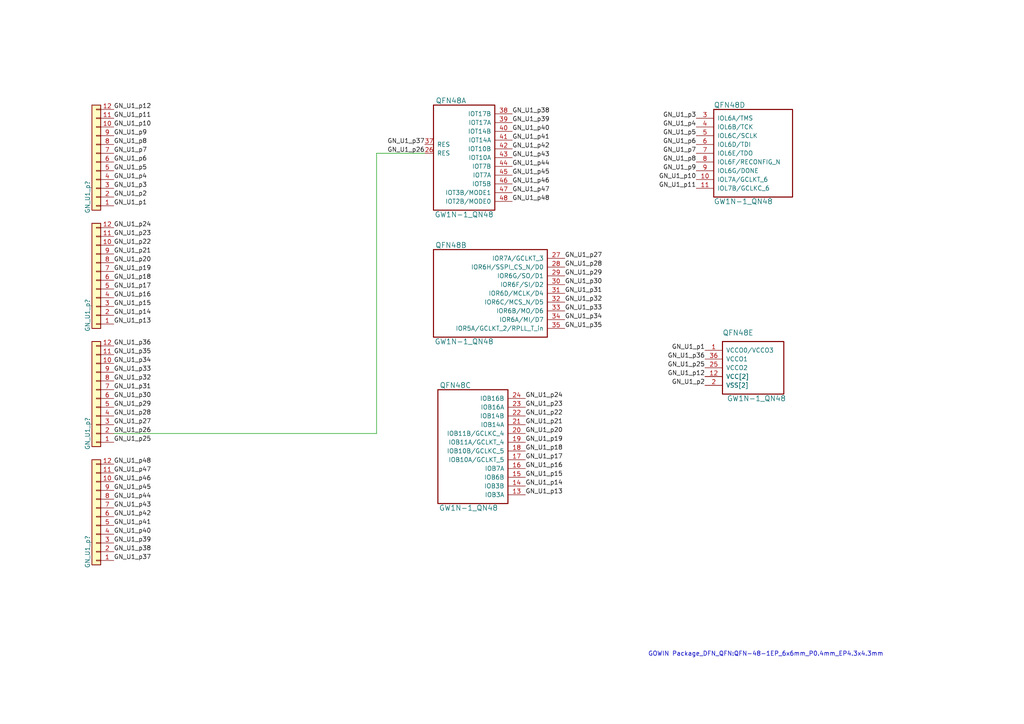
<source format=kicad_sch>
(kicad_sch (version 20230121) (generator eeschema)
  (paper "A4")
  (lib_symbols
    (symbol "Connector_Generic:Conn_01x12" (pin_names (offset 1.016) hide)
      (property "Reference" "J" (at 0 15.24 0))
      (property "Value" "Conn_01x12" (at 0 -17.78 0))
      (symbol "Conn_01x12_1_1"
        (rectangle (start -1.27 -15.113) (end 0 -15.367) (stroke (width 0.1524)))
        (rectangle (start -1.27 -12.573) (end 0 -12.827) (stroke (width 0.1524)))
        (rectangle (start -1.27 -10.033) (end 0 -10.287) (stroke (width 0.1524)))
        (rectangle (start -1.27 -7.493) (end 0 -7.747) (stroke (width 0.1524)))
        (rectangle (start -1.27 -4.953) (end 0 -5.207) (stroke (width 0.1524)))
        (rectangle (start -1.27 -2.413) (end 0 -2.667) (stroke (width 0.1524)))
        (rectangle (start -1.27 0.127) (end 0 -0.127) (stroke (width 0.1524)))
        (rectangle (start -1.27 2.667) (end 0 2.413) (stroke (width 0.1524)))
        (rectangle (start -1.27 5.207) (end 0 4.953) (stroke (width 0.1524)))
        (rectangle (start -1.27 7.747) (end 0 7.493) (stroke (width 0.1524)))
        (rectangle (start -1.27 10.287) (end 0 10.033) (stroke (width 0.1524)))
        (rectangle (start -1.27 12.827) (end 0 12.573) (stroke (width 0.1524)))
        (rectangle (start -1.27 13.97) (end 1.27 -16.51) (stroke (width 0.254)) (fill (type background)))
        (pin passive line (at -5.08 12.7 0) (length 3.81) (name "Pin_1") (number "1"))
        (pin passive line (at -5.08 -10.16 0) (length 3.81) (name "Pin_10") (number "10"))
        (pin passive line (at -5.08 -12.7 0) (length 3.81) (name "Pin_11") (number "11"))
        (pin passive line (at -5.08 -15.24 0) (length 3.81) (name "Pin_12") (number "12"))
        (pin passive line (at -5.08 10.16 0) (length 3.81) (name "Pin_2") (number "2"))
        (pin passive line (at -5.08 7.62 0) (length 3.81) (name "Pin_3") (number "3"))
        (pin passive line (at -5.08 5.08 0) (length 3.81) (name "Pin_4") (number "4"))
        (pin passive line (at -5.08 2.54 0) (length 3.81) (name "Pin_5") (number "5"))
        (pin passive line (at -5.08 0 0) (length 3.81) (name "Pin_6") (number "6"))
        (pin passive line (at -5.08 -2.54 0) (length 3.81) (name "Pin_7") (number "7"))
        (pin passive line (at -5.08 -5.08 0) (length 3.81) (name "Pin_8") (number "8"))
        (pin passive line (at -5.08 -7.62 0) (length 3.81) (name "Pin_9") (number "9"))
      )
    )
    (symbol "FPGAs-Ard_RPi_BB-rescue:GW1N-1_QN48-gowin_fpga" (pin_names (offset 1.016))
      (property "Reference" "U" (at 5.08 6.35 0))
      (property "Value" "gowin_fpga_GW1N-1_QN48" (at 5.08 3.81 0))
      (symbol "GW1N-1_QN48-gowin_fpga_1_1"
        (rectangle (start 5.08 2.54) (end 22.86 -27.94) (stroke (width 0.3048)))
        (pin bidirectional line (at 25.4 -13.97 180) (length 2.54) (name "RES") (number "26"))
        (pin bidirectional line (at 25.4 -16.51 180) (length 2.54) (name "RES") (number "37"))
        (pin bidirectional line (at 0 -25.4 0) (length 5.08) (name "IOT17B") (number "38"))
        (pin bidirectional line (at 0 -22.86 0) (length 5.08) (name "IOT17A") (number "39"))
        (pin bidirectional line (at 0 -20.32 0) (length 5.08) (name "IOT14B") (number "40"))
        (pin bidirectional line (at 0 -17.78 0) (length 5.08) (name "IOT14A") (number "41"))
        (pin bidirectional line (at 0 -15.24 0) (length 5.08) (name "IOT10B") (number "42"))
        (pin bidirectional line (at 0 -12.7 0) (length 5.08) (name "IOT10A") (number "43"))
        (pin bidirectional line (at 0 -10.16 0) (length 5.08) (name "IOT7B") (number "44"))
        (pin bidirectional line (at 0 -7.62 0) (length 5.08) (name "IOT7A") (number "45"))
        (pin bidirectional line (at 0 -5.08 0) (length 5.08) (name "IOT5B") (number "46"))
        (pin bidirectional line (at 0 -2.54 0) (length 5.08) (name "IOT3B/MODE1") (number "47"))
        (pin bidirectional line (at 0 0 0) (length 5.08) (name "IOT2B/MODE0") (number "48"))
      )
      (symbol "GW1N-1_QN48-gowin_fpga_2_1"
        (rectangle (start 5.08 2.54) (end 38.1 -22.86) (stroke (width 0.3048)))
        (pin bidirectional line (at 0 -20.32 0) (length 5.08) (name "IOR7A/GCLKT_3") (number "27"))
        (pin bidirectional line (at 0 -17.78 0) (length 5.08) (name "IOR6H/SSPI_CS_N/D0") (number "28"))
        (pin bidirectional line (at 0 -15.24 0) (length 5.08) (name "IOR6G/SO/D1") (number "29"))
        (pin bidirectional line (at 0 -12.7 0) (length 5.08) (name "IOR6F/SI/D2") (number "30"))
        (pin bidirectional line (at 0 -10.16 0) (length 5.08) (name "IOR6D/MCLK/D4") (number "31"))
        (pin bidirectional line (at 0 -7.62 0) (length 5.08) (name "IOR6C/MCS_N/D5") (number "32"))
        (pin bidirectional line (at 0 -5.08 0) (length 5.08) (name "IOR6B/MO/D6") (number "33"))
        (pin bidirectional line (at 0 -2.54 0) (length 5.08) (name "IOR6A/MI/D7") (number "34"))
        (pin bidirectional line (at 0 0 0) (length 5.08) (name "IOR5A/GCLKT_2/RPLL_T_in") (number "35"))
      )
      (symbol "GW1N-1_QN48-gowin_fpga_3_1"
        (rectangle (start 5.08 2.54) (end 25.4 -30.48) (stroke (width 0.3048)))
        (pin bidirectional line (at 0 0 0) (length 5.08) (name "IOB3A") (number "13"))
        (pin bidirectional line (at 0 -2.54 0) (length 5.08) (name "IOB3B") (number "14"))
        (pin bidirectional line (at 0 -5.08 0) (length 5.08) (name "IOB6B") (number "15"))
        (pin bidirectional line (at 0 -7.62 0) (length 5.08) (name "IOB7A") (number "16"))
        (pin bidirectional line (at 0 -10.16 0) (length 5.08) (name "IOB10A/GCLKT_5") (number "17"))
        (pin bidirectional line (at 0 -12.7 0) (length 5.08) (name "IOB10B/GCLKC_5") (number "18"))
        (pin bidirectional line (at 0 -15.24 0) (length 5.08) (name "IOB11A/GCLKT_4") (number "19"))
        (pin bidirectional line (at 0 -17.78 0) (length 5.08) (name "IOB11B/GCLKC_4") (number "20"))
        (pin bidirectional line (at 0 -20.32 0) (length 5.08) (name "IOB14A") (number "21"))
        (pin bidirectional line (at 0 -22.86 0) (length 5.08) (name "IOB14B") (number "22"))
        (pin bidirectional line (at 0 -25.4 0) (length 5.08) (name "IOB16A") (number "23"))
        (pin bidirectional line (at 0 -27.94 0) (length 5.08) (name "IOB16B") (number "24"))
      )
      (symbol "GW1N-1_QN48-gowin_fpga_4_1"
        (rectangle (start 5.08 2.54) (end 27.94 -22.86) (stroke (width 0.3048)))
        (pin bidirectional line (at 0 -17.78 0) (length 5.08) (name "IOL7A/GCLKT_6") (number "10"))
        (pin bidirectional line (at 0 -20.32 0) (length 5.08) (name "IOL7B/GCLKC_6") (number "11"))
        (pin bidirectional line (at 0 0 0) (length 5.08) (name "IOL6A/TMS") (number "3"))
        (pin bidirectional line (at 0 -2.54 0) (length 5.08) (name "IOL6B/TCK") (number "4"))
        (pin bidirectional line (at 0 -5.08 0) (length 5.08) (name "IOL6C/SCLK") (number "5"))
        (pin bidirectional line (at 0 -7.62 0) (length 5.08) (name "IOL6D/TDI") (number "6"))
        (pin bidirectional line (at 0 -10.16 0) (length 5.08) (name "IOL6E/TDO") (number "7"))
        (pin bidirectional line (at 0 -12.7 0) (length 5.08) (name "IOL6F/RECONFIG_N") (number "8"))
        (pin bidirectional line (at 0 -15.24 0) (length 5.08) (name "IOL6G/DONE") (number "9"))
      )
      (symbol "GW1N-1_QN48-gowin_fpga_5_1"
        (rectangle (start 5.08 2.54) (end 22.86 -12.7) (stroke (width 0.3048)))
        (pin power_in line (at 0 0 0) (length 5.08) (name "VCCO0/VCCO3") (number "1"))
        (pin power_in line (at 0 -7.62 0) (length 5.08) (name "VCC[2]") (number "12"))
        (pin power_in line (at 0 -10.16 0) (length 5.08) (name "VSS[2]") (number "2"))
        (pin power_in line (at 0 -5.08 0) (length 5.08) (name "VCCO2") (number "25"))
        (pin power_in line (at 0 -10.16 0) (length 5.08) (name "VSS[2]") (number "26"))
        (pin power_in line (at 0 -2.54 0) (length 5.08) (name "VCCO1") (number "36"))
        (pin power_in line (at 0 -7.62 0) (length 5.08) (name "VCC[2]") (number "37"))
      )
    )
  )
  (wire (pts (xy 33.02 125.73) (xy 109.22 125.73)))
  (wire (pts (xy 109.22 44.45) (xy 123.19 44.45)))
  (wire (pts (xy 109.22 125.73) (xy 109.22 44.45)))
  (text "GOWIN Package_DFN_QFN:QFN-48-1EP_6x6mm_P0.4mm_EP4.3x4.3mm" (at 187.96 190.5 0) (effects (font (size 1.27 1.27)) (justify left bottom)))
  (label "GN_U1_p16" (at 33.02 86.36 0))
  (label "GN_U1_p41" (at 148.59 40.64 0))
  (label "GN_U1_p33" (at 163.83 90.17 0))
  (label "GN_U1_p1" (at 33.02 59.69 0))
  (label "GN_U1_p47" (at 33.02 137.16 0))
  (label "GN_U1_p34" (at 163.83 92.71 0))
  (label "GN_U1_p30" (at 163.83 82.55 0))
  (label "GN_U1_p2" (at 33.02 57.15 0))
  (label "GN_U1_p23" (at 33.02 68.58 0))
  (label "GN_U1_p2" (at 204.47 111.76 180))
  (label "GN_U1_p3" (at 33.02 54.61 0))
  (label "GN_U1_p21" (at 152.4 123.19 0))
  (label "GN_U1_p27" (at 33.02 123.19 0))
  (label "GN_U1_p35" (at 163.83 95.25 0))
  (label "GN_U1_p6" (at 33.02 46.99 0))
  (label "GN_U1_p38" (at 148.59 33.02 0))
  (label "GN_U1_p37" (at 123.19 41.91 180))
  (label "GN_U1_p20" (at 33.02 76.2 0))
  (label "GN_U1_p24" (at 33.02 66.04 0))
  (label "GN_U1_p1" (at 204.47 101.6 180))
  (label "GN_U1_p28" (at 33.02 120.65 0))
  (label "GN_U1_p44" (at 148.59 48.26 0))
  (label "GN_U1_p13" (at 33.02 93.98 0))
  (label "GN_U1_p47" (at 148.59 55.88 0))
  (label "GN_U1_p11" (at 33.02 34.29 0))
  (label "GN_U1_p30" (at 33.02 115.57 0))
  (label "GN_U1_p8" (at 201.93 46.99 180))
  (label "GN_U1_p37" (at 33.02 162.56 0))
  (label "GN_U1_p24" (at 152.4 115.57 0))
  (label "GN_U1_p4" (at 201.93 36.83 180))
  (label "GN_U1_p16" (at 152.4 135.89 0))
  (label "GN_U1_p7" (at 201.93 44.45 180))
  (label "GN_U1_p32" (at 163.83 87.63 0))
  (label "GN_U1_p28" (at 163.83 77.47 0))
  (label "GN_U1_p5" (at 201.93 39.37 180))
  (label "GN_U1_p17" (at 152.4 133.35 0))
  (label "GN_U1_p14" (at 33.02 91.44 0))
  (label "GN_U1_p39" (at 148.59 35.56 0))
  (label "GN_U1_p43" (at 33.02 147.32 0))
  (label "GN_U1_p43" (at 148.59 45.72 0))
  (label "GN_U1_p26" (at 33.02 125.73 0))
  (label "GN_U1_p41" (at 33.02 152.4 0))
  (label "GN_U1_p3" (at 201.93 34.29 180))
  (label "GN_U1_p6" (at 201.93 41.91 180))
  (label "GN_U1_p29" (at 163.83 80.01 0))
  (label "GN_U1_p35" (at 33.02 102.87 0))
  (label "GN_U1_p18" (at 152.4 130.81 0))
  (label "GN_U1_p34" (at 33.02 105.41 0))
  (label "GN_U1_p15" (at 152.4 138.43 0))
  (label "GN_U1_p22" (at 33.02 71.12 0))
  (label "GN_U1_p7" (at 33.02 44.45 0))
  (label "GN_U1_p31" (at 163.83 85.09 0))
  (label "GN_U1_p19" (at 152.4 128.27 0))
  (label "GN_U1_p18" (at 33.02 81.28 0))
  (label "GN_U1_p32" (at 33.02 110.49 0))
  (label "GN_U1_p27" (at 163.83 74.93 0))
  (label "GN_U1_p42" (at 148.59 43.18 0))
  (label "GN_U1_p20" (at 152.4 125.73 0))
  (label "GN_U1_p13" (at 152.4 143.51 0))
  (label "GN_U1_p8" (at 33.02 41.91 0))
  (label "GN_U1_p46" (at 33.02 139.7 0))
  (label "GN_U1_p39" (at 33.02 157.48 0))
  (label "GN_U1_p22" (at 152.4 120.65 0))
  (label "GN_U1_p5" (at 33.02 49.53 0))
  (label "GN_U1_p12" (at 204.47 109.22 180))
  (label "GN_U1_p23" (at 152.4 118.11 0))
  (label "GN_U1_p44" (at 33.02 144.78 0))
  (label "GN_U1_p45" (at 33.02 142.24 0))
  (label "GN_U1_p33" (at 33.02 107.95 0))
  (label "GN_U1_p45" (at 148.59 50.8 0))
  (label "GN_U1_p40" (at 33.02 154.94 0))
  (label "GN_U1_p36" (at 204.47 104.14 180))
  (label "GN_U1_p11" (at 201.93 54.61 180))
  (label "GN_U1_p10" (at 33.02 36.83 0))
  (label "GN_U1_p21" (at 33.02 73.66 0))
  (label "GN_U1_p36" (at 33.02 100.33 0))
  (label "GN_U1_p40" (at 148.59 38.1 0))
  (label "GN_U1_p9" (at 201.93 49.53 180))
  (label "GN_U1_p48" (at 148.59 58.42 0))
  (label "GN_U1_p42" (at 33.02 149.86 0))
  (label "GN_U1_p26" (at 123.19 44.45 180))
  (label "GN_U1_p12" (at 33.02 31.75 0))
  (label "GN_U1_p29" (at 33.02 118.11 0))
  (label "GN_U1_p25" (at 204.47 106.68 180))
  (label "GN_U1_p25" (at 33.02 128.27 0))
  (label "GN_U1_p19" (at 33.02 78.74 0))
  (label "GN_U1_p15" (at 33.02 88.9 0))
  (label "GN_U1_p4" (at 33.02 52.07 0))
  (label "GN_U1_p38" (at 33.02 160.02 0))
  (label "GN_U1_p48" (at 33.02 134.62 0))
  (label "GN_U1_p9" (at 33.02 39.37 0))
  (label "GN_U1_p46" (at 148.59 53.34 0))
  (label "GN_U1_p14" (at 152.4 140.97 0))
  (label "GN_U1_p31" (at 33.02 113.03 0))
  (label "GN_U1_p10" (at 201.93 52.07 180))
  (label "GN_U1_p17" (at 33.02 83.82 0))
  (symbol (lib_id "FPGAs-Ard_RPi_BB-rescue:GW1N-1_QN48-gowin_fpga") (at 148.59 58.42 180) (unit 1)
    (property "Reference" "QFN48" (at 130.81 29.21 0) (effects (font (size 1.524 1.524))))
    (property "Value" "GW1N-1_QN48" (at 134.62 62.23 0) (effects (font (size 1.524 1.524))))
    (property "Footprint" "Package_DFN_QFN:QFN-48-1EP_6x6mm_P0.4mm_EP4.3x4.3mm" (effects hide))
    (property "desc" "GW1N-1_QN48" (effects hide))
    (instances (project "FPGAs-Ard_RPi_BB" (path "" (reference "QFN48") (unit 1)) (path "" (reference "GN_U?") (unit 1))))
  )
  (symbol (lib_id "FPGAs-Ard_RPi_BB-rescue:GW1N-1_QN48-gowin_fpga") (at 163.83 95.25 180) (unit 2)
    (property "Reference" "QFN48" (at 130.81 71.12 0) (effects (font (size 1.524 1.524))))
    (property "Value" "GW1N-1_QN48" (at 134.62 99.06 0) (effects (font (size 1.524 1.524))))
    (property "Footprint" "Package_DFN_QFN:QFN-48-1EP_6x6mm_P0.4mm_EP4.3x4.3mm" (effects hide))
    (property "desc" "GW1N-1_QN48" (effects hide))
    (instances (project "FPGAs-Ard_RPi_BB" (path "" (reference "QFN48") (unit 2)) (path "" (reference "GN_U?") (unit 2))))
  )
  (symbol (lib_id "FPGAs-Ard_RPi_BB-rescue:GW1N-1_QN48-gowin_fpga") (at 152.4 143.51 180) (unit 3)
    (property "Reference" "QFN48" (at 132.08 111.76 0) (effects (font (size 1.524 1.524))))
    (property "Value" "GW1N-1_QN48" (at 135.89 147.32 0) (effects (font (size 1.524 1.524))))
    (property "Footprint" "Package_DFN_QFN:QFN-48-1EP_6x6mm_P0.4mm_EP4.3x4.3mm" (effects hide))
    (property "desc" "GW1N-1_QN48" (effects hide))
    (instances (project "FPGAs-Ard_RPi_BB" (path "" (reference "QFN48") (unit 3)) (path "" (reference "GN_U?") (unit 3))))
  )
  (symbol (lib_id "FPGAs-Ard_RPi_BB-rescue:GW1N-1_QN48-gowin_fpga") (at 201.93 34.29 0) (unit 4)
    (property "Reference" "QFN48" (at 207.01 30.48 0) (effects (font (size 1.524 1.524)) (justify left)))
    (property "Value" "GW1N-1_QN48" (at 207.01 58.42 0) (effects (font (size 1.524 1.524)) (justify left)))
    (property "Footprint" "Package_DFN_QFN:QFN-48-1EP_6x6mm_P0.4mm_EP4.3x4.3mm" (effects hide))
    (property "desc" "GW1N-1_QN48" (effects hide))
    (instances (project "FPGAs-Ard_RPi_BB" (path "" (reference "QFN48") (unit 4)) (path "" (reference "GN_U?") (unit 4))))
  )
  (symbol (lib_id "FPGAs-Ard_RPi_BB-rescue:GW1N-1_QN48-gowin_fpga") (at 204.47 101.6 0) (unit 5)
    (property "Reference" "QFN48" (at 209.55 96.52 0) (effects (font (size 1.524 1.524)) (justify left)))
    (property "Value" "GW1N-1_QN48" (at 210.82 115.57 0) (effects (font (size 1.524 1.524)) (justify left)))
    (property "Footprint" "Package_DFN_QFN:QFN-48-1EP_6x6mm_P0.4mm_EP4.3x4.3mm" (effects hide))
    (property "desc" "GW1N-1_QN48" (effects hide))
    (instances (project "FPGAs-Ard_RPi_BB" (path "" (reference "QFN48") (unit 5)) (path "" (reference "GN_U?") (unit 5))))
  )
  (symbol (lib_id "Connector_Generic:Conn_01x12") (at 27.94 46.99 180) (unit 1)
    (property "Reference" "GN_U1_p?" (at 25.4 57.15 90))
    (property "Value" "Conn_01x12" (effects hide))
    (property "Footprint" "Connector_PinHeader_2.54mm:PinHeader_1x12_P2.54mm_Vertical" (effects hide))
    (instances (project "FPGAs-Ard_RPi_BB" (path "" (reference "GN_U1_p?") (unit 1)) (path "" (reference "GN_U1_p?") (unit 1)) (path "" (reference "QFN48_p1") (unit 1))))
  )
  (symbol (lib_id "Connector_Generic:Conn_01x12") (at 27.94 81.28 180) (unit 1)
    (property "Reference" "GN_U1_p?" (at 25.4 91.44 90))
    (property "Value" "Conn_01x12" (effects hide))
    (property "Footprint" "Connector_PinHeader_2.54mm:PinHeader_1x12_P2.54mm_Vertical" (effects hide))
    (instances (project "FPGAs-Ard_RPi_BB" (path "" (reference "GN_U1_p?") (unit 1)) (path "" (reference "GN_U1_p?") (unit 1)) (path "" (reference "QFN48_p13") (unit 1))))
  )
  (symbol (lib_id "Connector_Generic:Conn_01x12") (at 27.94 115.57 180) (unit 1)
    (property "Reference" "GN_U1_p?" (at 25.4 125.73 90))
    (property "Value" "Conn_01x12" (effects hide))
    (property "Footprint" "Connector_PinHeader_2.54mm:PinHeader_1x12_P2.54mm_Vertical" (effects hide))
    (instances (project "FPGAs-Ard_RPi_BB" (path "" (reference "GN_U1_p?") (unit 1)) (path "" (reference "GN_U1_p?") (unit 1)) (path "" (reference "QFN48_p25") (unit 1))))
  )
  (symbol (lib_id "Connector_Generic:Conn_01x12") (at 27.94 149.86 180) (unit 1)
    (property "Reference" "GN_U1_p?" (at 25.4 160.02 90))
    (property "Value" "Conn_01x12" (effects hide))
    (property "Footprint" "Connector_PinHeader_2.54mm:PinHeader_1x12_P2.54mm_Vertical" (effects hide))
    (instances (project "FPGAs-Ard_RPi_BB" (path "" (reference "GN_U1_p?") (unit 1)) (path "" (reference "GN_U1_p?") (unit 1)) (path "" (reference "QFN48_p37") (unit 1))))
  )
)
</source>
